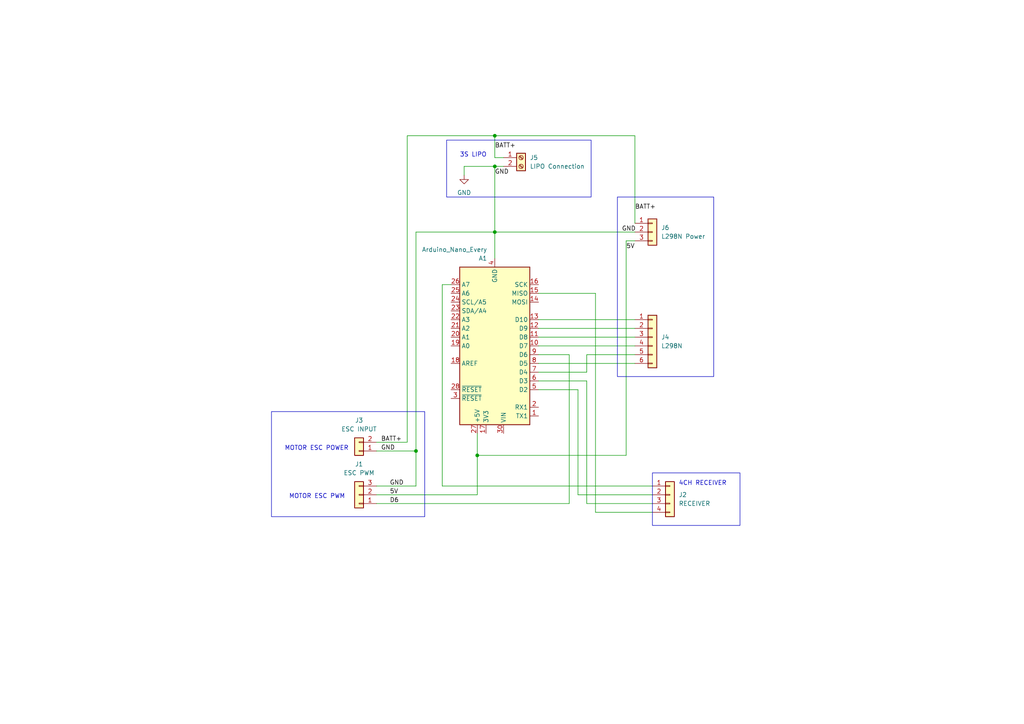
<source format=kicad_sch>
(kicad_sch (version 20230121) (generator eeschema)
  (paper "A4")
  (title_block (title "BattleBot PCB") (date "2023-11-25") (rev "2"))
  (lib_symbols
    (symbol "Connector:Screw_Terminal_01x02" (pin_names (offset 1.016) hide)
      (property "Reference" "J" (at 0 2.54 0))
      (property "Value" "Screw_Terminal_01x02" (at 0 -5.08 0))
      (symbol "Screw_Terminal_01x02_1_1"
        (rectangle (start -1.27 1.27) (end 1.27 -3.81) (stroke (width 0.254)) (fill (type background)))
        (circle (center 0 -2.54) (radius 0.635) (stroke (width 0.1524)))
        (polyline (pts (xy -0.5334 -2.2098) (xy 0.3302 -3.048)) (stroke (width 0.1524)))
        (polyline (pts (xy -0.5334 0.3302) (xy 0.3302 -0.508)) (stroke (width 0.1524)))
        (polyline (pts (xy -0.3556 -2.032) (xy 0.508 -2.8702)) (stroke (width 0.1524)))
        (polyline (pts (xy -0.3556 0.508) (xy 0.508 -0.3302)) (stroke (width 0.1524)))
        (circle (center 0 0) (radius 0.635) (stroke (width 0.1524)))
        (pin passive line (at -5.08 0 0) (length 3.81) (name "Pin_1") (number "1"))
        (pin passive line (at -5.08 -2.54 0) (length 3.81) (name "Pin_2") (number "2"))
      )
    )
    (symbol "Connector_Generic:Conn_01x02" (pin_names (offset 1.016) hide)
      (property "Reference" "J" (at 0 2.54 0))
      (property "Value" "Conn_01x02" (at 0 -5.08 0))
      (symbol "Conn_01x02_1_1"
        (rectangle (start -1.27 -2.413) (end 0 -2.667) (stroke (width 0.1524)))
        (rectangle (start -1.27 0.127) (end 0 -0.127) (stroke (width 0.1524)))
        (rectangle (start -1.27 1.27) (end 1.27 -3.81) (stroke (width 0.254)) (fill (type background)))
        (pin passive line (at -5.08 0 0) (length 3.81) (name "Pin_1") (number "1"))
        (pin passive line (at -5.08 -2.54 0) (length 3.81) (name "Pin_2") (number "2"))
      )
    )
    (symbol "Connector_Generic:Conn_01x03" (pin_names (offset 1.016) hide)
      (property "Reference" "J" (at 0 5.08 0))
      (property "Value" "Conn_01x03" (at 0 -5.08 0))
      (symbol "Conn_01x03_1_1"
        (rectangle (start -1.27 -2.413) (end 0 -2.667) (stroke (width 0.1524)))
        (rectangle (start -1.27 0.127) (end 0 -0.127) (stroke (width 0.1524)))
        (rectangle (start -1.27 2.667) (end 0 2.413) (stroke (width 0.1524)))
        (rectangle (start -1.27 3.81) (end 1.27 -3.81) (stroke (width 0.254)) (fill (type background)))
        (pin passive line (at -5.08 2.54 0) (length 3.81) (name "Pin_1") (number "1"))
        (pin passive line (at -5.08 0 0) (length 3.81) (name "Pin_2") (number "2"))
        (pin passive line (at -5.08 -2.54 0) (length 3.81) (name "Pin_3") (number "3"))
      )
    )
    (symbol "Connector_Generic:Conn_01x04" (pin_names (offset 1.016) hide)
      (property "Reference" "J" (at 0 5.08 0))
      (property "Value" "Conn_01x04" (at 0 -7.62 0))
      (symbol "Conn_01x04_1_1"
        (rectangle (start -1.27 -4.953) (end 0 -5.207) (stroke (width 0.1524)))
        (rectangle (start -1.27 -2.413) (end 0 -2.667) (stroke (width 0.1524)))
        (rectangle (start -1.27 0.127) (end 0 -0.127) (stroke (width 0.1524)))
        (rectangle (start -1.27 2.667) (end 0 2.413) (stroke (width 0.1524)))
        (rectangle (start -1.27 3.81) (end 1.27 -6.35) (stroke (width 0.254)) (fill (type background)))
        (pin passive line (at -5.08 2.54 0) (length 3.81) (name "Pin_1") (number "1"))
        (pin passive line (at -5.08 0 0) (length 3.81) (name "Pin_2") (number "2"))
        (pin passive line (at -5.08 -2.54 0) (length 3.81) (name "Pin_3") (number "3"))
        (pin passive line (at -5.08 -5.08 0) (length 3.81) (name "Pin_4") (number "4"))
      )
    )
    (symbol "Connector_Generic:Conn_01x06" (pin_names (offset 1.016) hide)
      (property "Reference" "J" (at 0 7.62 0))
      (property "Value" "Conn_01x06" (at 0 -10.16 0))
      (symbol "Conn_01x06_1_1"
        (rectangle (start -1.27 -7.493) (end 0 -7.747) (stroke (width 0.1524)))
        (rectangle (start -1.27 -4.953) (end 0 -5.207) (stroke (width 0.1524)))
        (rectangle (start -1.27 -2.413) (end 0 -2.667) (stroke (width 0.1524)))
        (rectangle (start -1.27 0.127) (end 0 -0.127) (stroke (width 0.1524)))
        (rectangle (start -1.27 2.667) (end 0 2.413) (stroke (width 0.1524)))
        (rectangle (start -1.27 5.207) (end 0 4.953) (stroke (width 0.1524)))
        (rectangle (start -1.27 6.35) (end 1.27 -8.89) (stroke (width 0.254)) (fill (type background)))
        (pin passive line (at -5.08 5.08 0) (length 3.81) (name "Pin_1") (number "1"))
        (pin passive line (at -5.08 2.54 0) (length 3.81) (name "Pin_2") (number "2"))
        (pin passive line (at -5.08 0 0) (length 3.81) (name "Pin_3") (number "3"))
        (pin passive line (at -5.08 -2.54 0) (length 3.81) (name "Pin_4") (number "4"))
        (pin passive line (at -5.08 -5.08 0) (length 3.81) (name "Pin_5") (number "5"))
        (pin passive line (at -5.08 -7.62 0) (length 3.81) (name "Pin_6") (number "6"))
      )
    )
    (symbol "MCU_Module:Arduino_Nano_Every"
      (property "Reference" "A" (at -10.16 23.495 0))
      (property "Value" "Arduino_Nano_Every" (at 5.08 -24.13 0))
      (symbol "Arduino_Nano_Every_0_1"
        (rectangle (start -10.16 22.86) (end 10.16 -22.86) (stroke (width 0.254)) (fill (type background)))
      )
      (symbol "Arduino_Nano_Every_1_1"
        (pin bidirectional line (at -12.7 20.32 0) (length 2.54) (name "TX1") (number "1"))
        (pin bidirectional line (at -12.7 0 0) (length 2.54) (name "D7") (number "10"))
        (pin bidirectional line (at -12.7 -2.54 0) (length 2.54) (name "D8") (number "11"))
        (pin bidirectional line (at -12.7 -5.08 0) (length 2.54) (name "D9") (number "12"))
        (pin bidirectional line (at -12.7 -7.62 0) (length 2.54) (name "D10") (number "13"))
        (pin bidirectional line (at -12.7 -12.7 0) (length 2.54) (name "MOSI") (number "14"))
        (pin bidirectional line (at -12.7 -15.24 0) (length 2.54) (name "MISO") (number "15"))
        (pin bidirectional line (at -12.7 -17.78 0) (length 2.54) (name "SCK") (number "16"))
        (pin power_out line (at 2.54 25.4 270) (length 2.54) (name "3V3") (number "17"))
        (pin input line (at 12.7 5.08 180) (length 2.54) (name "AREF") (number "18"))
        (pin bidirectional line (at 12.7 0 180) (length 2.54) (name "A0") (number "19"))
        (pin bidirectional line (at -12.7 17.78 0) (length 2.54) (name "RX1") (number "2"))
        (pin bidirectional line (at 12.7 -2.54 180) (length 2.54) (name "A1") (number "20"))
        (pin bidirectional line (at 12.7 -5.08 180) (length 2.54) (name "A2") (number "21"))
        (pin bidirectional line (at 12.7 -7.62 180) (length 2.54) (name "A3") (number "22"))
        (pin bidirectional line (at 12.7 -10.16 180) (length 2.54) (name "SDA/A4") (number "23"))
        (pin bidirectional line (at 12.7 -12.7 180) (length 2.54) (name "SCL/A5") (number "24"))
        (pin bidirectional line (at 12.7 -15.24 180) (length 2.54) (name "A6") (number "25"))
        (pin bidirectional line (at 12.7 -17.78 180) (length 2.54) (name "A7") (number "26"))
        (pin power_out line (at 5.08 25.4 270) (length 2.54) (name "+5V") (number "27"))
        (pin input line (at 12.7 12.7 180) (length 2.54) (name "~{RESET}") (number "28"))
        (pin passive line (at 0 -25.4 90) (length 2.54) hide (name "GND") (number "29"))
        (pin input line (at 12.7 15.24 180) (length 2.54) (name "~{RESET}") (number "3"))
        (pin power_in line (at -2.54 25.4 270) (length 2.54) (name "VIN") (number "30"))
        (pin power_in line (at 0 -25.4 90) (length 2.54) (name "GND") (number "4"))
        (pin bidirectional line (at -12.7 12.7 0) (length 2.54) (name "D2") (number "5"))
        (pin bidirectional line (at -12.7 10.16 0) (length 2.54) (name "D3") (number "6"))
        (pin bidirectional line (at -12.7 7.62 0) (length 2.54) (name "D4") (number "7"))
        (pin bidirectional line (at -12.7 5.08 0) (length 2.54) (name "D5") (number "8"))
        (pin bidirectional line (at -12.7 2.54 0) (length 2.54) (name "D6") (number "9"))
      )
    )
    (symbol "power:GND" (power) (pin_names (offset 0))
      (property "Value" "GND" (at 0 -3.81 0))
      (symbol "GND_0_1"
        (polyline (pts (xy 0 0) (xy 0 -1.27) (xy 1.27 -1.27) (xy 0 -2.54) (xy -1.27 -1.27) (xy 0 -1.27)))
      )
      (symbol "GND_1_1"
        (pin power_in line (at 0 0 270) (length 0) hide (name "GND") (number "1"))
      )
    )
  )
  (junction (at 138.43 132.08))
  (junction (at 143.51 48.26))
  (junction (at 143.51 67.31))
  (junction (at 120.65 130.81))
  (junction (at 143.51 39.37))
  (wire (pts (xy 128.27 140.97) (xy 128.27 82.55)))
  (wire (pts (xy 156.21 95.25) (xy 184.15 95.25)))
  (wire (pts (xy 156.21 105.41) (xy 184.15 105.41)))
  (wire (pts (xy 172.72 85.09) (xy 156.21 85.09)))
  (wire (pts (xy 134.62 48.26) (xy 143.51 48.26)))
  (wire (pts (xy 184.15 67.31) (xy 143.51 67.31)))
  (wire (pts (xy 143.51 39.37) (xy 184.15 39.37)))
  (wire (pts (xy 156.21 100.33) (xy 184.15 100.33)))
  (wire (pts (xy 170.18 102.87) (xy 170.18 107.95)))
  (wire (pts (xy 156.21 97.79) (xy 184.15 97.79)))
  (wire (pts (xy 120.65 140.97) (xy 120.65 130.81)))
  (wire (pts (xy 181.61 132.08) (xy 138.43 132.08)))
  (wire (pts (xy 134.62 50.8) (xy 134.62 48.26)))
  (wire (pts (xy 184.15 69.85) (xy 181.61 69.85)))
  (wire (pts (xy 167.64 143.51) (xy 167.64 113.03)))
  (wire (pts (xy 165.1 146.05) (xy 165.1 102.87)))
  (wire (pts (xy 118.11 39.37) (xy 118.11 128.27)))
  (wire (pts (xy 156.21 110.49) (xy 170.18 110.49)))
  (wire (pts (xy 172.72 148.59) (xy 172.72 85.09)))
  (wire (pts (xy 120.65 130.81) (xy 120.65 67.31)))
  (wire (pts (xy 143.51 39.37) (xy 143.51 45.72)))
  (wire (pts (xy 118.11 39.37) (xy 143.51 39.37)))
  (wire (pts (xy 189.23 143.51) (xy 167.64 143.51)))
  (wire (pts (xy 156.21 107.95) (xy 170.18 107.95)))
  (wire (pts (xy 189.23 148.59) (xy 172.72 148.59)))
  (wire (pts (xy 189.23 146.05) (xy 170.18 146.05)))
  (wire (pts (xy 189.23 140.97) (xy 128.27 140.97)))
  (wire (pts (xy 181.61 69.85) (xy 181.61 132.08)))
  (wire (pts (xy 156.21 92.71) (xy 184.15 92.71)))
  (wire (pts (xy 143.51 45.72) (xy 146.05 45.72)))
  (wire (pts (xy 109.22 130.81) (xy 120.65 130.81)))
  (wire (pts (xy 109.22 146.05) (xy 165.1 146.05)))
  (wire (pts (xy 109.22 128.27) (xy 118.11 128.27)))
  (wire (pts (xy 143.51 67.31) (xy 143.51 74.93)))
  (wire (pts (xy 138.43 143.51) (xy 138.43 132.08)))
  (wire (pts (xy 170.18 146.05) (xy 170.18 110.49)))
  (wire (pts (xy 128.27 82.55) (xy 130.81 82.55)))
  (wire (pts (xy 143.51 48.26) (xy 143.51 67.31)))
  (wire (pts (xy 120.65 140.97) (xy 109.22 140.97)))
  (wire (pts (xy 109.22 143.51) (xy 138.43 143.51)))
  (wire (pts (xy 167.64 113.03) (xy 156.21 113.03)))
  (wire (pts (xy 184.15 102.87) (xy 170.18 102.87)))
  (wire (pts (xy 156.21 102.87) (xy 165.1 102.87)))
  (wire (pts (xy 146.05 48.26) (xy 143.51 48.26)))
  (wire (pts (xy 138.43 132.08) (xy 138.43 125.73)))
  (wire (pts (xy 184.15 39.37) (xy 184.15 64.77)))
  (wire (pts (xy 120.65 67.31) (xy 143.51 67.31)))
  (rectangle (start 179.07 57.15) (end 207.01 109.22))
  (rectangle (start 78.74 119.38) (end 123.19 149.86))
  (rectangle (start 129.54 40.64) (end 171.45 57.15))
  (rectangle (start 189.23 137.16) (end 214.63 152.4))
  (text "MOTOR ESC POWER" (at 82.55 130.81 0) (effects (font (size 1.27 1.27)) (justify left bottom)))
  (text "4CH RECEIVER" (at 196.85 140.97 0) (effects (font (size 1.27 1.27)) (justify left bottom)))
  (text "MOTOR ESC PWM" (at 83.82 144.78 0) (effects (font (size 1.27 1.27)) (justify left bottom)))
  (text "3S LIPO\n" (at 133.35 45.72 0) (effects (font (size 1.27 1.27)) (justify left bottom)))
  (label "5V" (at 113.03 143.51 0))
  (label "GND" (at 180.34 67.31 0))
  (label "5V" (at 181.61 72.39 0))
  (label "GND" (at 113.03 140.97 0))
  (label "BATT+" (at 110.49 128.27 0))
  (label "GND" (at 143.51 50.8 0))
  (label "D6" (at 113.03 146.05 0))
  (label "GND" (at 110.49 130.81 0))
  (label "BATT+" (at 143.51 43.18 0))
  (label "BATT+" (at 184.15 60.96 0))
  (symbol (lib_id "Connector_Generic:Conn_01x02") (at 104.14 130.81 180) (unit 1)
    (property "Reference" "J3" (at 104.14 121.92 0))
    (property "Value" "ESC INPUT" (at 104.14 124.46 0))
    (property "Footprint" "TerminalBlock_TE-Connectivity:TerminalBlock_TE_282834-2_1x02_P2.54mm_Horizontal" (effects hide))
  )
  (symbol (lib_id "Connector_Generic:Conn_01x03") (at 104.14 143.51 180) (unit 1)
    (property "Reference" "J1" (at 104.14 134.62 0))
    (property "Value" "ESC PWM" (at 104.14 137.16 0))
    (property "Footprint" "Connector_PinSocket_2.54mm:PinSocket_1x03_P2.54mm_Vertical" (effects hide))
  )
  (symbol (lib_id "Connector_Generic:Conn_01x03") (at 189.23 67.31 0) (unit 1)
    (property "Reference" "J6" (at 191.77 66.04 0) (effects (justify left)))
    (property "Value" "L298N Power" (at 191.77 68.58 0) (effects (justify left)))
    (property "Footprint" "Connector_Wire:SolderWire-0.75sqmm_1x03_P4.8mm_D1.25mm_OD2.3mm" (effects hide))
  )
  (symbol (lib_id "Connector_Generic:Conn_01x04") (at 194.31 143.51 0) (unit 1)
    (property "Reference" "J2" (at 196.85 143.51 0) (effects (justify left)))
    (property "Value" "RECEIVER" (at 196.85 146.05 0) (effects (justify left)))
    (property "Footprint" "Connector_PinSocket_2.54mm:PinSocket_1x04_P2.54mm_Vertical" (effects hide))
  )
  (symbol (lib_id "MCU_Module:Arduino_Nano_Every") (at 143.51 100.33 180) (unit 1)
    (property "Reference" "A1" (at 141.3159 74.93 0) (effects (justify left)))
    (property "Value" "Arduino_Nano_Every" (at 141.3159 72.39 0) (effects (justify left)))
    (property "Footprint" "Module:Arduino_Nano" (effects hide))
    (property "Datasheet" "https://content.arduino.cc/assets/NANOEveryV3.0_sch.pdf" (effects hide))
  )
  (symbol (lib_id "Connector_Generic:Conn_01x06") (at 189.23 97.79 0) (unit 1)
    (property "Reference" "J4" (at 191.77 97.79 0) (effects (justify left)))
    (property "Value" "L298N" (at 191.77 100.33 0) (effects (justify left)))
    (property "Footprint" "Connector_PinSocket_2.54mm:PinSocket_1x06_P2.54mm_Vertical" (effects hide))
  )
  (symbol (lib_id "power:GND") (at 134.62 50.8 0) (unit 1)
    (property "Reference" "#PWR02" (effects hide))
    (property "Value" "GND" (at 134.62 55.88 0))
  )
  (symbol (lib_id "Connector:Screw_Terminal_01x02") (at 151.13 45.72 0) (unit 1)
    (property "Reference" "J5" (at 153.67 45.72 0) (effects (justify left)))
    (property "Value" "LIPO Connection" (at 153.67 48.26 0) (effects (justify left)))
    (property "Footprint" "TerminalBlock_TE-Connectivity:TerminalBlock_TE_282834-2_1x02_P2.54mm_Horizontal" (effects hide))
  )
)
</source>
